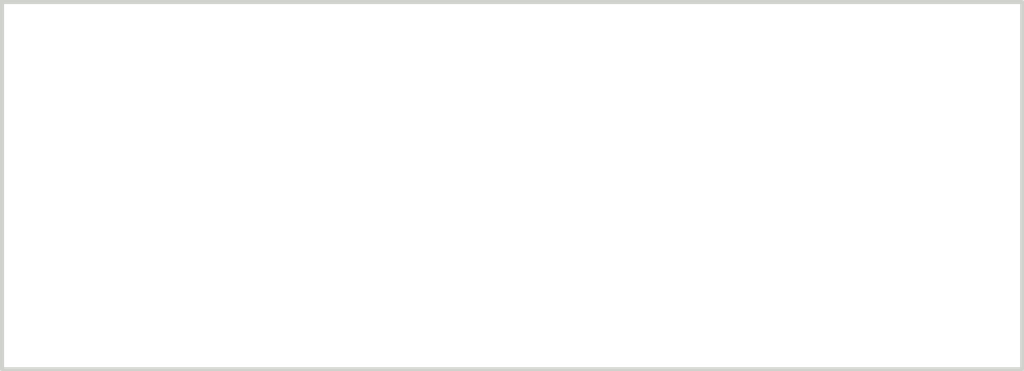
<source format=kicad_pcb>
(kicad_pcb (version 20221018) (generator pcbnew)

  (general
    (thickness 1.6)
  )

  (paper "A4")
  (layers
    (0 "F.Cu" signal)
    (31 "B.Cu" signal)
    (32 "B.Adhes" user "B.Adhesive")
    (33 "F.Adhes" user "F.Adhesive")
    (34 "B.Paste" user)
    (35 "F.Paste" user)
    (36 "B.SilkS" user "B.Silkscreen")
    (37 "F.SilkS" user "F.Silkscreen")
    (38 "B.Mask" user)
    (39 "F.Mask" user)
    (40 "Dwgs.User" user "User.Drawings")
    (41 "Cmts.User" user "User.Comments")
    (42 "Eco1.User" user "User.Eco1")
    (43 "Eco2.User" user "User.Eco2")
    (44 "Edge.Cuts" user)
    (45 "Margin" user)
    (46 "B.CrtYd" user "B.Courtyard")
    (47 "F.CrtYd" user "F.Courtyard")
    (48 "B.Fab" user)
    (49 "F.Fab" user)
    (50 "User.1" user)
    (51 "User.2" user)
    (52 "User.3" user)
    (53 "User.4" user)
    (54 "User.5" user)
    (55 "User.6" user)
    (56 "User.7" user)
    (57 "User.8" user)
    (58 "User.9" user)
  )

  (setup
    (pad_to_mask_clearance 0)
    (pcbplotparams
      (layerselection 0x00010fc_ffffffff)
      (plot_on_all_layers_selection 0x0000000_00000000)
      (disableapertmacros false)
      (usegerberextensions false)
      (usegerberattributes true)
      (usegerberadvancedattributes true)
      (creategerberjobfile true)
      (dashed_line_dash_ratio 12.000000)
      (dashed_line_gap_ratio 3.000000)
      (svgprecision 4)
      (plotframeref false)
      (viasonmask false)
      (mode 1)
      (useauxorigin false)
      (hpglpennumber 1)
      (hpglpenspeed 20)
      (hpglpendiameter 15.000000)
      (dxfpolygonmode true)
      (dxfimperialunits true)
      (dxfusepcbnewfont true)
      (psnegative false)
      (psa4output false)
      (plotreference true)
      (plotvalue true)
      (plotinvisibletext false)
      (sketchpadsonfab false)
      (subtractmaskfromsilk false)
      (outputformat 1)
      (mirror false)
      (drillshape 1)
      (scaleselection 1)
      (outputdirectory "")
    )
  )

  (net 0 "")

  (gr_rect (start 100 100) (end 150 118)
    (stroke (width 0.2) (type default)) (fill none) (layer "Edge.Cuts") (tstamp 52bc35b0-9efd-45a9-ad94-32856ef24195))

)

</source>
